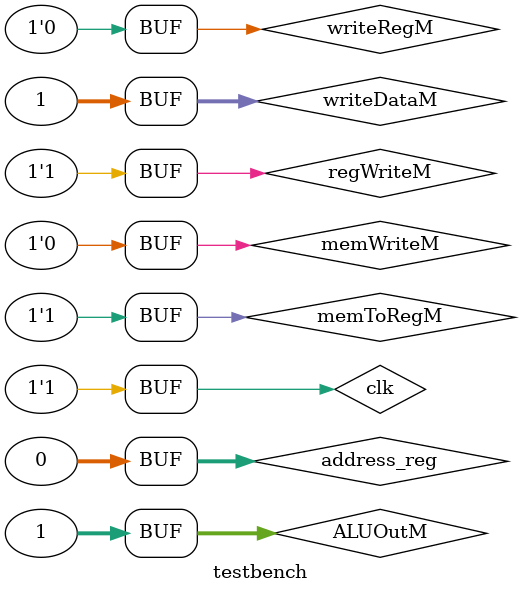
<source format=v>
`timescale 1ns/1ns

module testbench();
    reg clk;
    wire regWriteM, memToRegM, writeRegM;
    wire memWriteM;
    wire [31:0] writeDataM,readDataM;
    wire  active ;
    wire  [31:0] address_reg;
    wire[31:0] address,ALUOutM;
    
    initial begin
        $dumpfile("testbench.vcd");
        $dumpvars(0,testbench);
        clk                  = 1;
        repeat(5000) #50 clk = ~clk;
    end
    assign regWriteM   = 1'b1;
    assign memToRegM   = 1'b1;
    assign writeRegM   = 1'b0;
    assign memWriteM   = 1'b0;
    assign writeDataM  = 32'b00000000000000000000000000000001;
    assign address_reg = 32'b0000000000000000000000000000000;
    assign ALUOutM     = 32'b00000000000000000000000000000001;
    
    memory  memory(clk,
    regWriteM,
    memToRegM,
    memWriteM,
    ALUOutM,
    writeDataM,
    writeRegM,
    active,
    readDataM);
    
endmodule

</source>
